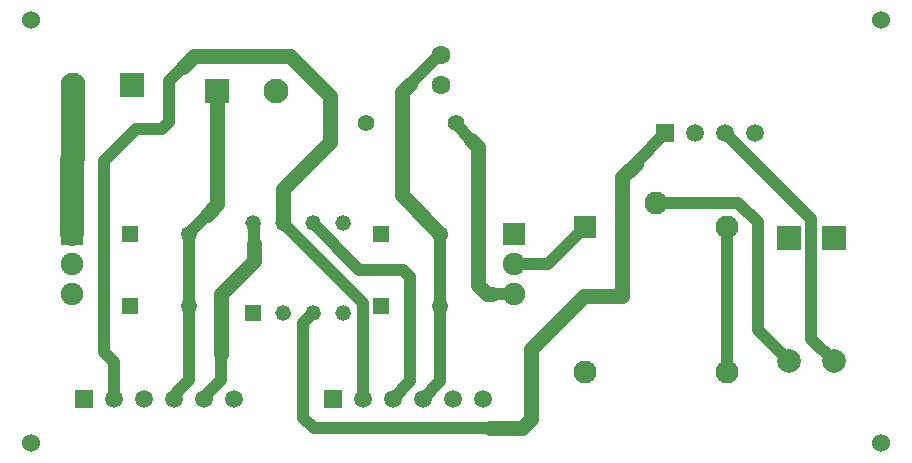
<source format=gbr>
%TF.GenerationSoftware,Altium Limited,Altium Designer,21.0.9 (235)*%
G04 Layer_Physical_Order=1*
G04 Layer_Color=255*
%FSLAX45Y45*%
%MOMM*%
%TF.SameCoordinates,ED2B7B90-DC9C-465B-8049-FED9E851BE10*%
%TF.FilePolarity,Positive*%
%TF.FileFunction,Copper,L1,Top,Signal*%
%TF.Part,Single*%
G01*
G75*
%TA.AperFunction,Conductor*%
%ADD10C,1.27000*%
%ADD11C,1.01600*%
%ADD12C,2.03200*%
%TA.AperFunction,ComponentPad*%
%ADD13R,1.50000X1.50000*%
%ADD14C,1.50000*%
%ADD15C,2.10000*%
%ADD16R,2.10000X2.10000*%
%TA.AperFunction,WasherPad*%
%ADD17C,1.52400*%
%TA.AperFunction,ComponentPad*%
%ADD18C,1.91000*%
%ADD19R,1.91000X1.91000*%
%ADD20C,1.32080*%
%ADD21R,1.32080X1.32080*%
%ADD22C,1.40000*%
%ADD23R,1.95000X1.95000*%
%ADD24C,1.95000*%
%ADD25R,2.00000X2.00000*%
%ADD26C,2.00000*%
%ADD27C,1.60000*%
%ADD28R,1.35000X1.35000*%
%ADD29C,1.35000*%
D10*
X2377201Y2379741D02*
X2771140Y2773680D01*
Y3164840D01*
X2377201Y2087281D02*
Y2379741D01*
X4396005Y353060D02*
X4470400Y427455D01*
Y1021080D01*
X4127500Y353060D02*
X4396005D01*
X4470400Y1021080D02*
X4919980Y1470660D01*
X5245100D01*
Y2479040D01*
X5359400Y2593340D01*
X4025900Y1565375D02*
X4100295Y1490980D01*
X4144686D01*
X4025900Y1565375D02*
Y2738120D01*
X4144686Y1490980D02*
X4145280Y1490386D01*
X3970020Y2794000D02*
X4025900Y2738120D01*
X3380740Y2324344D02*
X3706703Y1998381D01*
X3380740Y2324344D02*
Y3197860D01*
X3446780Y3263900D01*
X1849120Y985520D02*
Y1490980D01*
X1846580Y982980D02*
X1849120Y985520D01*
X2125980Y1767840D02*
Y1912620D01*
X1849120Y1490980D02*
X2125980Y1767840D01*
X1819107Y2248367D02*
Y3205683D01*
X1727200Y2156460D02*
X1819107Y2248367D01*
X1531620Y3413760D02*
X1623060Y3505200D01*
X2430780D01*
X2771140Y3164840D01*
D11*
X2633980Y353060D02*
X4127500D01*
X2547620Y439420D02*
Y1241699D01*
Y439420D02*
X2633980Y353060D01*
X5359400Y2597582D02*
X5611099Y2849281D01*
X5359400Y2593340D02*
Y2597582D01*
X3836888Y2927132D02*
Y2935529D01*
Y2927132D02*
X3970020Y2794000D01*
X3446780Y3263900D02*
X3695563Y3512683D01*
X3710701D01*
X3302000Y601980D02*
X3451860Y751840D01*
X3021762Y1696720D02*
X3392344D01*
X3451860Y751840D02*
Y1637204D01*
X3392344Y1696720D02*
X3451860Y1637204D01*
X2631201Y2087281D02*
X3021762Y1696720D01*
X1704101Y601980D02*
Y615077D01*
X1846580Y757556D01*
Y982980D01*
X2125980Y1912620D02*
Y2084502D01*
X2123201Y2087281D02*
X2125980Y2084502D01*
X1577802Y1998381D02*
Y2007062D01*
X1727200Y2156460D01*
X1130300Y2887980D02*
X1350184D01*
X1409700Y2947496D01*
Y3291840D02*
X1531620Y3413760D01*
X1409700Y2947496D02*
Y3291840D01*
X1577802Y759922D02*
Y1388781D01*
X1450101Y601980D02*
Y615077D01*
X1474301Y639277D01*
Y656421D01*
X1577802Y759922D01*
X861060Y2618740D02*
X1130300Y2887980D01*
X861060Y998220D02*
Y2618740D01*
Y998220D02*
X942101Y917179D01*
Y601980D02*
Y917179D01*
X3048000Y601980D02*
Y1416482D01*
X2377201Y2087281D02*
X3048000Y1416482D01*
X3706703Y752683D02*
Y1388781D01*
X3556000Y601980D02*
X3706703Y752683D01*
X4615302Y1745381D02*
X4929901Y2059981D01*
X4330700Y1745381D02*
X4615302D01*
X2547620Y1241699D02*
X2631201Y1325281D01*
X6846453Y1111326D02*
X7035800Y921979D01*
X6846453Y1111326D02*
Y2121926D01*
X6119099Y2849281D02*
X6846453Y2121926D01*
X6393180Y1185901D02*
X6657101Y921979D01*
X6393180Y1185901D02*
Y2095500D01*
X6228700Y2259980D02*
X6393180Y2095500D01*
X5529900Y2259980D02*
X6228700D01*
X4145280Y1490386D02*
X4330700D01*
X591205Y2623820D02*
X599201Y2631816D01*
X6129904Y829981D02*
Y2059981D01*
X3706703Y1388781D02*
Y1998381D01*
X1577802Y1388781D02*
Y1998381D01*
D12*
X599201Y2631816D02*
Y3255681D01*
X591205Y2000382D02*
Y2623820D01*
D13*
X688101Y601980D02*
D03*
X2794000D02*
D03*
X5611099Y2849281D02*
D03*
D14*
X942101Y601980D02*
D03*
X1196101D02*
D03*
X1450101D02*
D03*
X1704101D02*
D03*
X1958101D02*
D03*
X3048000D02*
D03*
X3302000D02*
D03*
X3556000D02*
D03*
X3810000D02*
D03*
X4064000D02*
D03*
X5865099Y2849281D02*
D03*
X6119099D02*
D03*
X6373099D02*
D03*
D15*
X2319106Y3205683D02*
D03*
X599201Y3255681D02*
D03*
D16*
X1819107Y3205683D02*
D03*
X1099205Y3255681D02*
D03*
D17*
X7439660Y3810000D02*
D03*
Y228600D02*
D03*
X238760D02*
D03*
Y3810000D02*
D03*
D18*
X4330700Y1490386D02*
D03*
Y1745381D02*
D03*
X591205Y1490381D02*
D03*
Y1745381D02*
D03*
D19*
X4330700Y2000382D02*
D03*
X591205D02*
D03*
D20*
X2885201Y2087281D02*
D03*
X2631201D02*
D03*
X2885201Y1325281D02*
D03*
X2631201D02*
D03*
X2123201Y2087281D02*
D03*
X2377201D02*
D03*
Y1325281D02*
D03*
D21*
X2123201D02*
D03*
D22*
X3074888Y2935529D02*
D03*
X3836888D02*
D03*
D23*
X4929901Y2059981D02*
D03*
D24*
Y829981D02*
D03*
X6129904D02*
D03*
Y2059981D02*
D03*
X5529900Y2259980D02*
D03*
D25*
X6657101Y1967977D02*
D03*
X7035800D02*
D03*
D26*
X6657101Y921979D02*
D03*
X7035800D02*
D03*
D27*
X3710701Y3512683D02*
D03*
Y3258683D02*
D03*
D28*
X3206704Y1388781D02*
D03*
Y1998381D02*
D03*
X1077803Y1388781D02*
D03*
Y1998381D02*
D03*
D29*
X3706703Y1388781D02*
D03*
Y1998381D02*
D03*
X1577802Y1388781D02*
D03*
Y1998381D02*
D03*
%TF.MD5,19f9f4d3ee6ccff564fb7b38c3b6f9ea*%
M02*

</source>
